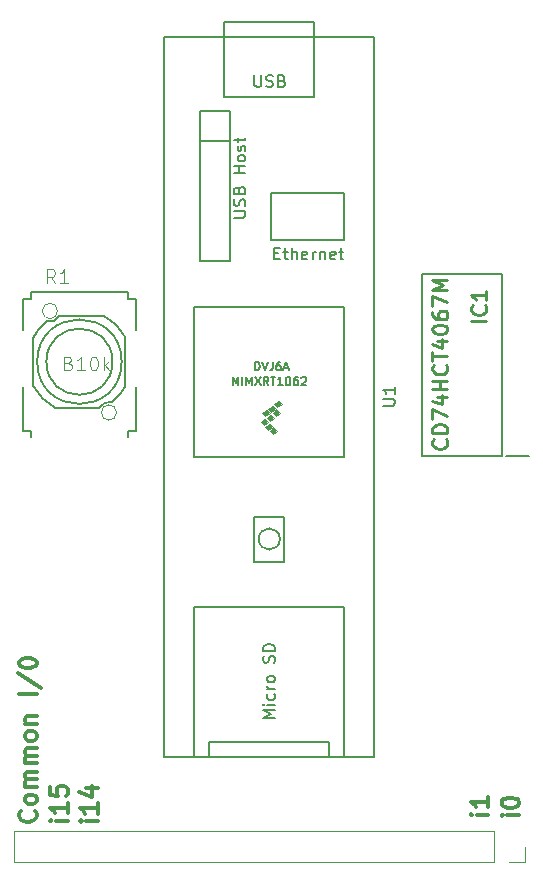
<source format=gbr>
%TF.GenerationSoftware,KiCad,Pcbnew,7.0.2-0*%
%TF.CreationDate,2023-11-12T18:20:12-05:00*%
%TF.ProjectId,Mux Module CD74HCT4067M,4d757820-4d6f-4647-956c-652043443734,rev?*%
%TF.SameCoordinates,Original*%
%TF.FileFunction,Legend,Top*%
%TF.FilePolarity,Positive*%
%FSLAX46Y46*%
G04 Gerber Fmt 4.6, Leading zero omitted, Abs format (unit mm)*
G04 Created by KiCad (PCBNEW 7.0.2-0) date 2023-11-12 18:20:12*
%MOMM*%
%LPD*%
G01*
G04 APERTURE LIST*
%ADD10C,0.300000*%
%ADD11C,0.254000*%
%ADD12C,0.150000*%
%ADD13C,0.101600*%
%ADD14C,0.200000*%
%ADD15C,0.100000*%
%ADD16C,0.203200*%
%ADD17C,0.120000*%
G04 APERTURE END LIST*
D10*
X135343329Y-91829156D02*
X134343329Y-91829156D01*
X133843329Y-91829156D02*
X133914758Y-91900584D01*
X133914758Y-91900584D02*
X133986186Y-91829156D01*
X133986186Y-91829156D02*
X133914758Y-91757727D01*
X133914758Y-91757727D02*
X133843329Y-91829156D01*
X133843329Y-91829156D02*
X133986186Y-91829156D01*
X135343329Y-90329155D02*
X135343329Y-91186298D01*
X135343329Y-90757727D02*
X133843329Y-90757727D01*
X133843329Y-90757727D02*
X134057615Y-90900584D01*
X134057615Y-90900584D02*
X134200472Y-91043441D01*
X134200472Y-91043441D02*
X134271901Y-91186298D01*
X134343329Y-89043442D02*
X135343329Y-89043442D01*
X133771901Y-89400584D02*
X134843329Y-89757727D01*
X134843329Y-89757727D02*
X134843329Y-88829156D01*
X168402873Y-91277653D02*
X167402873Y-91277653D01*
X166902873Y-91277653D02*
X166974302Y-91349081D01*
X166974302Y-91349081D02*
X167045730Y-91277653D01*
X167045730Y-91277653D02*
X166974302Y-91206224D01*
X166974302Y-91206224D02*
X166902873Y-91277653D01*
X166902873Y-91277653D02*
X167045730Y-91277653D01*
X168402873Y-89777652D02*
X168402873Y-90634795D01*
X168402873Y-90206224D02*
X166902873Y-90206224D01*
X166902873Y-90206224D02*
X167117159Y-90349081D01*
X167117159Y-90349081D02*
X167260016Y-90491938D01*
X167260016Y-90491938D02*
X167331445Y-90634795D01*
X171016520Y-91349588D02*
X170016520Y-91349588D01*
X169516520Y-91349588D02*
X169587949Y-91421016D01*
X169587949Y-91421016D02*
X169659377Y-91349588D01*
X169659377Y-91349588D02*
X169587949Y-91278159D01*
X169587949Y-91278159D02*
X169516520Y-91349588D01*
X169516520Y-91349588D02*
X169659377Y-91349588D01*
X169516520Y-90349587D02*
X169516520Y-90206730D01*
X169516520Y-90206730D02*
X169587949Y-90063873D01*
X169587949Y-90063873D02*
X169659377Y-89992445D01*
X169659377Y-89992445D02*
X169802234Y-89921016D01*
X169802234Y-89921016D02*
X170087949Y-89849587D01*
X170087949Y-89849587D02*
X170445092Y-89849587D01*
X170445092Y-89849587D02*
X170730806Y-89921016D01*
X170730806Y-89921016D02*
X170873663Y-89992445D01*
X170873663Y-89992445D02*
X170945092Y-90063873D01*
X170945092Y-90063873D02*
X171016520Y-90206730D01*
X171016520Y-90206730D02*
X171016520Y-90349587D01*
X171016520Y-90349587D02*
X170945092Y-90492445D01*
X170945092Y-90492445D02*
X170873663Y-90563873D01*
X170873663Y-90563873D02*
X170730806Y-90635302D01*
X170730806Y-90635302D02*
X170445092Y-90706730D01*
X170445092Y-90706730D02*
X170087949Y-90706730D01*
X170087949Y-90706730D02*
X169802234Y-90635302D01*
X169802234Y-90635302D02*
X169659377Y-90563873D01*
X169659377Y-90563873D02*
X169587949Y-90492445D01*
X169587949Y-90492445D02*
X169516520Y-90349587D01*
X132770733Y-91781199D02*
X131770733Y-91781199D01*
X131270733Y-91781199D02*
X131342162Y-91852627D01*
X131342162Y-91852627D02*
X131413590Y-91781199D01*
X131413590Y-91781199D02*
X131342162Y-91709770D01*
X131342162Y-91709770D02*
X131270733Y-91781199D01*
X131270733Y-91781199D02*
X131413590Y-91781199D01*
X132770733Y-90281198D02*
X132770733Y-91138341D01*
X132770733Y-90709770D02*
X131270733Y-90709770D01*
X131270733Y-90709770D02*
X131485019Y-90852627D01*
X131485019Y-90852627D02*
X131627876Y-90995484D01*
X131627876Y-90995484D02*
X131699305Y-91138341D01*
X131270733Y-88924056D02*
X131270733Y-89638342D01*
X131270733Y-89638342D02*
X131985019Y-89709770D01*
X131985019Y-89709770D02*
X131913590Y-89638342D01*
X131913590Y-89638342D02*
X131842162Y-89495485D01*
X131842162Y-89495485D02*
X131842162Y-89138342D01*
X131842162Y-89138342D02*
X131913590Y-88995485D01*
X131913590Y-88995485D02*
X131985019Y-88924056D01*
X131985019Y-88924056D02*
X132127876Y-88852627D01*
X132127876Y-88852627D02*
X132485019Y-88852627D01*
X132485019Y-88852627D02*
X132627876Y-88924056D01*
X132627876Y-88924056D02*
X132699305Y-88995485D01*
X132699305Y-88995485D02*
X132770733Y-89138342D01*
X132770733Y-89138342D02*
X132770733Y-89495485D01*
X132770733Y-89495485D02*
X132699305Y-89638342D01*
X132699305Y-89638342D02*
X132627876Y-89709770D01*
X130014228Y-90948035D02*
X130085657Y-91019463D01*
X130085657Y-91019463D02*
X130157085Y-91233749D01*
X130157085Y-91233749D02*
X130157085Y-91376606D01*
X130157085Y-91376606D02*
X130085657Y-91590892D01*
X130085657Y-91590892D02*
X129942799Y-91733749D01*
X129942799Y-91733749D02*
X129799942Y-91805178D01*
X129799942Y-91805178D02*
X129514228Y-91876606D01*
X129514228Y-91876606D02*
X129299942Y-91876606D01*
X129299942Y-91876606D02*
X129014228Y-91805178D01*
X129014228Y-91805178D02*
X128871371Y-91733749D01*
X128871371Y-91733749D02*
X128728514Y-91590892D01*
X128728514Y-91590892D02*
X128657085Y-91376606D01*
X128657085Y-91376606D02*
X128657085Y-91233749D01*
X128657085Y-91233749D02*
X128728514Y-91019463D01*
X128728514Y-91019463D02*
X128799942Y-90948035D01*
X130157085Y-90090892D02*
X130085657Y-90233749D01*
X130085657Y-90233749D02*
X130014228Y-90305178D01*
X130014228Y-90305178D02*
X129871371Y-90376606D01*
X129871371Y-90376606D02*
X129442799Y-90376606D01*
X129442799Y-90376606D02*
X129299942Y-90305178D01*
X129299942Y-90305178D02*
X129228514Y-90233749D01*
X129228514Y-90233749D02*
X129157085Y-90090892D01*
X129157085Y-90090892D02*
X129157085Y-89876606D01*
X129157085Y-89876606D02*
X129228514Y-89733749D01*
X129228514Y-89733749D02*
X129299942Y-89662321D01*
X129299942Y-89662321D02*
X129442799Y-89590892D01*
X129442799Y-89590892D02*
X129871371Y-89590892D01*
X129871371Y-89590892D02*
X130014228Y-89662321D01*
X130014228Y-89662321D02*
X130085657Y-89733749D01*
X130085657Y-89733749D02*
X130157085Y-89876606D01*
X130157085Y-89876606D02*
X130157085Y-90090892D01*
X130157085Y-88948035D02*
X129157085Y-88948035D01*
X129299942Y-88948035D02*
X129228514Y-88876606D01*
X129228514Y-88876606D02*
X129157085Y-88733749D01*
X129157085Y-88733749D02*
X129157085Y-88519463D01*
X129157085Y-88519463D02*
X129228514Y-88376606D01*
X129228514Y-88376606D02*
X129371371Y-88305178D01*
X129371371Y-88305178D02*
X130157085Y-88305178D01*
X129371371Y-88305178D02*
X129228514Y-88233749D01*
X129228514Y-88233749D02*
X129157085Y-88090892D01*
X129157085Y-88090892D02*
X129157085Y-87876606D01*
X129157085Y-87876606D02*
X129228514Y-87733749D01*
X129228514Y-87733749D02*
X129371371Y-87662320D01*
X129371371Y-87662320D02*
X130157085Y-87662320D01*
X130157085Y-86948035D02*
X129157085Y-86948035D01*
X129299942Y-86948035D02*
X129228514Y-86876606D01*
X129228514Y-86876606D02*
X129157085Y-86733749D01*
X129157085Y-86733749D02*
X129157085Y-86519463D01*
X129157085Y-86519463D02*
X129228514Y-86376606D01*
X129228514Y-86376606D02*
X129371371Y-86305178D01*
X129371371Y-86305178D02*
X130157085Y-86305178D01*
X129371371Y-86305178D02*
X129228514Y-86233749D01*
X129228514Y-86233749D02*
X129157085Y-86090892D01*
X129157085Y-86090892D02*
X129157085Y-85876606D01*
X129157085Y-85876606D02*
X129228514Y-85733749D01*
X129228514Y-85733749D02*
X129371371Y-85662320D01*
X129371371Y-85662320D02*
X130157085Y-85662320D01*
X130157085Y-84733749D02*
X130085657Y-84876606D01*
X130085657Y-84876606D02*
X130014228Y-84948035D01*
X130014228Y-84948035D02*
X129871371Y-85019463D01*
X129871371Y-85019463D02*
X129442799Y-85019463D01*
X129442799Y-85019463D02*
X129299942Y-84948035D01*
X129299942Y-84948035D02*
X129228514Y-84876606D01*
X129228514Y-84876606D02*
X129157085Y-84733749D01*
X129157085Y-84733749D02*
X129157085Y-84519463D01*
X129157085Y-84519463D02*
X129228514Y-84376606D01*
X129228514Y-84376606D02*
X129299942Y-84305178D01*
X129299942Y-84305178D02*
X129442799Y-84233749D01*
X129442799Y-84233749D02*
X129871371Y-84233749D01*
X129871371Y-84233749D02*
X130014228Y-84305178D01*
X130014228Y-84305178D02*
X130085657Y-84376606D01*
X130085657Y-84376606D02*
X130157085Y-84519463D01*
X130157085Y-84519463D02*
X130157085Y-84733749D01*
X129157085Y-83590892D02*
X130157085Y-83590892D01*
X129299942Y-83590892D02*
X129228514Y-83519463D01*
X129228514Y-83519463D02*
X129157085Y-83376606D01*
X129157085Y-83376606D02*
X129157085Y-83162320D01*
X129157085Y-83162320D02*
X129228514Y-83019463D01*
X129228514Y-83019463D02*
X129371371Y-82948035D01*
X129371371Y-82948035D02*
X130157085Y-82948035D01*
X130157085Y-81090892D02*
X128657085Y-81090892D01*
X128585657Y-79305177D02*
X130514228Y-80590891D01*
X128657085Y-78519462D02*
X128657085Y-78376605D01*
X128657085Y-78376605D02*
X128728514Y-78233748D01*
X128728514Y-78233748D02*
X128799942Y-78162320D01*
X128799942Y-78162320D02*
X128942799Y-78090891D01*
X128942799Y-78090891D02*
X129228514Y-78019462D01*
X129228514Y-78019462D02*
X129585657Y-78019462D01*
X129585657Y-78019462D02*
X129871371Y-78090891D01*
X129871371Y-78090891D02*
X130014228Y-78162320D01*
X130014228Y-78162320D02*
X130085657Y-78233748D01*
X130085657Y-78233748D02*
X130157085Y-78376605D01*
X130157085Y-78376605D02*
X130157085Y-78519462D01*
X130157085Y-78519462D02*
X130085657Y-78662320D01*
X130085657Y-78662320D02*
X130014228Y-78733748D01*
X130014228Y-78733748D02*
X129871371Y-78805177D01*
X129871371Y-78805177D02*
X129585657Y-78876605D01*
X129585657Y-78876605D02*
X129228514Y-78876605D01*
X129228514Y-78876605D02*
X128942799Y-78805177D01*
X128942799Y-78805177D02*
X128799942Y-78733748D01*
X128799942Y-78733748D02*
X128728514Y-78662320D01*
X128728514Y-78662320D02*
X128657085Y-78519462D01*
D11*
%TO.C,IC1*%
X168227526Y-49499762D02*
X166957526Y-49499762D01*
X168106573Y-48169285D02*
X168167050Y-48229761D01*
X168167050Y-48229761D02*
X168227526Y-48411190D01*
X168227526Y-48411190D02*
X168227526Y-48532142D01*
X168227526Y-48532142D02*
X168167050Y-48713571D01*
X168167050Y-48713571D02*
X168046097Y-48834523D01*
X168046097Y-48834523D02*
X167925145Y-48895000D01*
X167925145Y-48895000D02*
X167683240Y-48955476D01*
X167683240Y-48955476D02*
X167501811Y-48955476D01*
X167501811Y-48955476D02*
X167259907Y-48895000D01*
X167259907Y-48895000D02*
X167138954Y-48834523D01*
X167138954Y-48834523D02*
X167018002Y-48713571D01*
X167018002Y-48713571D02*
X166957526Y-48532142D01*
X166957526Y-48532142D02*
X166957526Y-48411190D01*
X166957526Y-48411190D02*
X167018002Y-48229761D01*
X167018002Y-48229761D02*
X167078478Y-48169285D01*
X168227526Y-46959761D02*
X168227526Y-47685476D01*
X168227526Y-47322619D02*
X166957526Y-47322619D01*
X166957526Y-47322619D02*
X167138954Y-47443571D01*
X167138954Y-47443571D02*
X167259907Y-47564523D01*
X167259907Y-47564523D02*
X167320383Y-47685476D01*
X164819240Y-59504175D02*
X164879717Y-59564651D01*
X164879717Y-59564651D02*
X164940193Y-59746080D01*
X164940193Y-59746080D02*
X164940193Y-59867032D01*
X164940193Y-59867032D02*
X164879717Y-60048461D01*
X164879717Y-60048461D02*
X164758764Y-60169413D01*
X164758764Y-60169413D02*
X164637812Y-60229890D01*
X164637812Y-60229890D02*
X164395907Y-60290366D01*
X164395907Y-60290366D02*
X164214478Y-60290366D01*
X164214478Y-60290366D02*
X163972574Y-60229890D01*
X163972574Y-60229890D02*
X163851621Y-60169413D01*
X163851621Y-60169413D02*
X163730669Y-60048461D01*
X163730669Y-60048461D02*
X163670193Y-59867032D01*
X163670193Y-59867032D02*
X163670193Y-59746080D01*
X163670193Y-59746080D02*
X163730669Y-59564651D01*
X163730669Y-59564651D02*
X163791145Y-59504175D01*
X164940193Y-58959890D02*
X163670193Y-58959890D01*
X163670193Y-58959890D02*
X163670193Y-58657509D01*
X163670193Y-58657509D02*
X163730669Y-58476080D01*
X163730669Y-58476080D02*
X163851621Y-58355128D01*
X163851621Y-58355128D02*
X163972574Y-58294651D01*
X163972574Y-58294651D02*
X164214478Y-58234175D01*
X164214478Y-58234175D02*
X164395907Y-58234175D01*
X164395907Y-58234175D02*
X164637812Y-58294651D01*
X164637812Y-58294651D02*
X164758764Y-58355128D01*
X164758764Y-58355128D02*
X164879717Y-58476080D01*
X164879717Y-58476080D02*
X164940193Y-58657509D01*
X164940193Y-58657509D02*
X164940193Y-58959890D01*
X163670193Y-57810842D02*
X163670193Y-56964175D01*
X163670193Y-56964175D02*
X164940193Y-57508461D01*
X164093526Y-55936080D02*
X164940193Y-55936080D01*
X163609717Y-56238461D02*
X164516859Y-56540842D01*
X164516859Y-56540842D02*
X164516859Y-55754651D01*
X164940193Y-55270842D02*
X163670193Y-55270842D01*
X164274955Y-55270842D02*
X164274955Y-54545127D01*
X164940193Y-54545127D02*
X163670193Y-54545127D01*
X164819240Y-53214651D02*
X164879717Y-53275127D01*
X164879717Y-53275127D02*
X164940193Y-53456556D01*
X164940193Y-53456556D02*
X164940193Y-53577508D01*
X164940193Y-53577508D02*
X164879717Y-53758937D01*
X164879717Y-53758937D02*
X164758764Y-53879889D01*
X164758764Y-53879889D02*
X164637812Y-53940366D01*
X164637812Y-53940366D02*
X164395907Y-54000842D01*
X164395907Y-54000842D02*
X164214478Y-54000842D01*
X164214478Y-54000842D02*
X163972574Y-53940366D01*
X163972574Y-53940366D02*
X163851621Y-53879889D01*
X163851621Y-53879889D02*
X163730669Y-53758937D01*
X163730669Y-53758937D02*
X163670193Y-53577508D01*
X163670193Y-53577508D02*
X163670193Y-53456556D01*
X163670193Y-53456556D02*
X163730669Y-53275127D01*
X163730669Y-53275127D02*
X163791145Y-53214651D01*
X163670193Y-52851794D02*
X163670193Y-52126080D01*
X164940193Y-52488937D02*
X163670193Y-52488937D01*
X164093526Y-51158461D02*
X164940193Y-51158461D01*
X163609717Y-51460842D02*
X164516859Y-51763223D01*
X164516859Y-51763223D02*
X164516859Y-50977032D01*
X163670193Y-50251318D02*
X163670193Y-50130365D01*
X163670193Y-50130365D02*
X163730669Y-50009413D01*
X163730669Y-50009413D02*
X163791145Y-49948937D01*
X163791145Y-49948937D02*
X163912097Y-49888461D01*
X163912097Y-49888461D02*
X164154002Y-49827984D01*
X164154002Y-49827984D02*
X164456383Y-49827984D01*
X164456383Y-49827984D02*
X164698288Y-49888461D01*
X164698288Y-49888461D02*
X164819240Y-49948937D01*
X164819240Y-49948937D02*
X164879717Y-50009413D01*
X164879717Y-50009413D02*
X164940193Y-50130365D01*
X164940193Y-50130365D02*
X164940193Y-50251318D01*
X164940193Y-50251318D02*
X164879717Y-50372270D01*
X164879717Y-50372270D02*
X164819240Y-50432746D01*
X164819240Y-50432746D02*
X164698288Y-50493223D01*
X164698288Y-50493223D02*
X164456383Y-50553699D01*
X164456383Y-50553699D02*
X164154002Y-50553699D01*
X164154002Y-50553699D02*
X163912097Y-50493223D01*
X163912097Y-50493223D02*
X163791145Y-50432746D01*
X163791145Y-50432746D02*
X163730669Y-50372270D01*
X163730669Y-50372270D02*
X163670193Y-50251318D01*
X163670193Y-48739413D02*
X163670193Y-48981318D01*
X163670193Y-48981318D02*
X163730669Y-49102270D01*
X163730669Y-49102270D02*
X163791145Y-49162746D01*
X163791145Y-49162746D02*
X163972574Y-49283699D01*
X163972574Y-49283699D02*
X164214478Y-49344175D01*
X164214478Y-49344175D02*
X164698288Y-49344175D01*
X164698288Y-49344175D02*
X164819240Y-49283699D01*
X164819240Y-49283699D02*
X164879717Y-49223222D01*
X164879717Y-49223222D02*
X164940193Y-49102270D01*
X164940193Y-49102270D02*
X164940193Y-48860365D01*
X164940193Y-48860365D02*
X164879717Y-48739413D01*
X164879717Y-48739413D02*
X164819240Y-48678937D01*
X164819240Y-48678937D02*
X164698288Y-48618460D01*
X164698288Y-48618460D02*
X164395907Y-48618460D01*
X164395907Y-48618460D02*
X164274955Y-48678937D01*
X164274955Y-48678937D02*
X164214478Y-48739413D01*
X164214478Y-48739413D02*
X164154002Y-48860365D01*
X164154002Y-48860365D02*
X164154002Y-49102270D01*
X164154002Y-49102270D02*
X164214478Y-49223222D01*
X164214478Y-49223222D02*
X164274955Y-49283699D01*
X164274955Y-49283699D02*
X164395907Y-49344175D01*
X163670193Y-48195127D02*
X163670193Y-47348460D01*
X163670193Y-47348460D02*
X164940193Y-47892746D01*
X164940193Y-46864651D02*
X163670193Y-46864651D01*
X163670193Y-46864651D02*
X164577336Y-46441317D01*
X164577336Y-46441317D02*
X163670193Y-46017984D01*
X163670193Y-46017984D02*
X164940193Y-46017984D01*
D12*
%TO.C,U1*%
X159482619Y-56641904D02*
X160292142Y-56641904D01*
X160292142Y-56641904D02*
X160387380Y-56594285D01*
X160387380Y-56594285D02*
X160435000Y-56546666D01*
X160435000Y-56546666D02*
X160482619Y-56451428D01*
X160482619Y-56451428D02*
X160482619Y-56260952D01*
X160482619Y-56260952D02*
X160435000Y-56165714D01*
X160435000Y-56165714D02*
X160387380Y-56118095D01*
X160387380Y-56118095D02*
X160292142Y-56070476D01*
X160292142Y-56070476D02*
X159482619Y-56070476D01*
X160482619Y-55070476D02*
X160482619Y-55641904D01*
X160482619Y-55356190D02*
X159482619Y-55356190D01*
X159482619Y-55356190D02*
X159625476Y-55451428D01*
X159625476Y-55451428D02*
X159720714Y-55546666D01*
X159720714Y-55546666D02*
X159768333Y-55641904D01*
X148656666Y-53663833D02*
X148656666Y-52963833D01*
X148656666Y-52963833D02*
X148823333Y-52963833D01*
X148823333Y-52963833D02*
X148923333Y-52997166D01*
X148923333Y-52997166D02*
X148990000Y-53063833D01*
X148990000Y-53063833D02*
X149023333Y-53130500D01*
X149023333Y-53130500D02*
X149056666Y-53263833D01*
X149056666Y-53263833D02*
X149056666Y-53363833D01*
X149056666Y-53363833D02*
X149023333Y-53497166D01*
X149023333Y-53497166D02*
X148990000Y-53563833D01*
X148990000Y-53563833D02*
X148923333Y-53630500D01*
X148923333Y-53630500D02*
X148823333Y-53663833D01*
X148823333Y-53663833D02*
X148656666Y-53663833D01*
X149256666Y-52963833D02*
X149490000Y-53663833D01*
X149490000Y-53663833D02*
X149723333Y-52963833D01*
X150156666Y-52963833D02*
X150156666Y-53463833D01*
X150156666Y-53463833D02*
X150123333Y-53563833D01*
X150123333Y-53563833D02*
X150056666Y-53630500D01*
X150056666Y-53630500D02*
X149956666Y-53663833D01*
X149956666Y-53663833D02*
X149890000Y-53663833D01*
X150789999Y-52963833D02*
X150656666Y-52963833D01*
X150656666Y-52963833D02*
X150589999Y-52997166D01*
X150589999Y-52997166D02*
X150556666Y-53030500D01*
X150556666Y-53030500D02*
X150489999Y-53130500D01*
X150489999Y-53130500D02*
X150456666Y-53263833D01*
X150456666Y-53263833D02*
X150456666Y-53530500D01*
X150456666Y-53530500D02*
X150489999Y-53597166D01*
X150489999Y-53597166D02*
X150523333Y-53630500D01*
X150523333Y-53630500D02*
X150589999Y-53663833D01*
X150589999Y-53663833D02*
X150723333Y-53663833D01*
X150723333Y-53663833D02*
X150789999Y-53630500D01*
X150789999Y-53630500D02*
X150823333Y-53597166D01*
X150823333Y-53597166D02*
X150856666Y-53530500D01*
X150856666Y-53530500D02*
X150856666Y-53363833D01*
X150856666Y-53363833D02*
X150823333Y-53297166D01*
X150823333Y-53297166D02*
X150789999Y-53263833D01*
X150789999Y-53263833D02*
X150723333Y-53230500D01*
X150723333Y-53230500D02*
X150589999Y-53230500D01*
X150589999Y-53230500D02*
X150523333Y-53263833D01*
X150523333Y-53263833D02*
X150489999Y-53297166D01*
X150489999Y-53297166D02*
X150456666Y-53363833D01*
X151123333Y-53463833D02*
X151456666Y-53463833D01*
X151056666Y-53663833D02*
X151290000Y-52963833D01*
X151290000Y-52963833D02*
X151523333Y-53663833D01*
X146776666Y-54933833D02*
X146776666Y-54233833D01*
X146776666Y-54233833D02*
X147010000Y-54733833D01*
X147010000Y-54733833D02*
X147243333Y-54233833D01*
X147243333Y-54233833D02*
X147243333Y-54933833D01*
X147576666Y-54933833D02*
X147576666Y-54233833D01*
X147909999Y-54933833D02*
X147909999Y-54233833D01*
X147909999Y-54233833D02*
X148143333Y-54733833D01*
X148143333Y-54733833D02*
X148376666Y-54233833D01*
X148376666Y-54233833D02*
X148376666Y-54933833D01*
X148643333Y-54233833D02*
X149109999Y-54933833D01*
X149109999Y-54233833D02*
X148643333Y-54933833D01*
X149776666Y-54933833D02*
X149543333Y-54600500D01*
X149376666Y-54933833D02*
X149376666Y-54233833D01*
X149376666Y-54233833D02*
X149643333Y-54233833D01*
X149643333Y-54233833D02*
X149710000Y-54267166D01*
X149710000Y-54267166D02*
X149743333Y-54300500D01*
X149743333Y-54300500D02*
X149776666Y-54367166D01*
X149776666Y-54367166D02*
X149776666Y-54467166D01*
X149776666Y-54467166D02*
X149743333Y-54533833D01*
X149743333Y-54533833D02*
X149710000Y-54567166D01*
X149710000Y-54567166D02*
X149643333Y-54600500D01*
X149643333Y-54600500D02*
X149376666Y-54600500D01*
X149976666Y-54233833D02*
X150376666Y-54233833D01*
X150176666Y-54933833D02*
X150176666Y-54233833D01*
X150976666Y-54933833D02*
X150576666Y-54933833D01*
X150776666Y-54933833D02*
X150776666Y-54233833D01*
X150776666Y-54233833D02*
X150709999Y-54333833D01*
X150709999Y-54333833D02*
X150643333Y-54400500D01*
X150643333Y-54400500D02*
X150576666Y-54433833D01*
X151410000Y-54233833D02*
X151476666Y-54233833D01*
X151476666Y-54233833D02*
X151543333Y-54267166D01*
X151543333Y-54267166D02*
X151576666Y-54300500D01*
X151576666Y-54300500D02*
X151610000Y-54367166D01*
X151610000Y-54367166D02*
X151643333Y-54500500D01*
X151643333Y-54500500D02*
X151643333Y-54667166D01*
X151643333Y-54667166D02*
X151610000Y-54800500D01*
X151610000Y-54800500D02*
X151576666Y-54867166D01*
X151576666Y-54867166D02*
X151543333Y-54900500D01*
X151543333Y-54900500D02*
X151476666Y-54933833D01*
X151476666Y-54933833D02*
X151410000Y-54933833D01*
X151410000Y-54933833D02*
X151343333Y-54900500D01*
X151343333Y-54900500D02*
X151310000Y-54867166D01*
X151310000Y-54867166D02*
X151276666Y-54800500D01*
X151276666Y-54800500D02*
X151243333Y-54667166D01*
X151243333Y-54667166D02*
X151243333Y-54500500D01*
X151243333Y-54500500D02*
X151276666Y-54367166D01*
X151276666Y-54367166D02*
X151310000Y-54300500D01*
X151310000Y-54300500D02*
X151343333Y-54267166D01*
X151343333Y-54267166D02*
X151410000Y-54233833D01*
X152243333Y-54233833D02*
X152110000Y-54233833D01*
X152110000Y-54233833D02*
X152043333Y-54267166D01*
X152043333Y-54267166D02*
X152010000Y-54300500D01*
X152010000Y-54300500D02*
X151943333Y-54400500D01*
X151943333Y-54400500D02*
X151910000Y-54533833D01*
X151910000Y-54533833D02*
X151910000Y-54800500D01*
X151910000Y-54800500D02*
X151943333Y-54867166D01*
X151943333Y-54867166D02*
X151976667Y-54900500D01*
X151976667Y-54900500D02*
X152043333Y-54933833D01*
X152043333Y-54933833D02*
X152176667Y-54933833D01*
X152176667Y-54933833D02*
X152243333Y-54900500D01*
X152243333Y-54900500D02*
X152276667Y-54867166D01*
X152276667Y-54867166D02*
X152310000Y-54800500D01*
X152310000Y-54800500D02*
X152310000Y-54633833D01*
X152310000Y-54633833D02*
X152276667Y-54567166D01*
X152276667Y-54567166D02*
X152243333Y-54533833D01*
X152243333Y-54533833D02*
X152176667Y-54500500D01*
X152176667Y-54500500D02*
X152043333Y-54500500D01*
X152043333Y-54500500D02*
X151976667Y-54533833D01*
X151976667Y-54533833D02*
X151943333Y-54567166D01*
X151943333Y-54567166D02*
X151910000Y-54633833D01*
X152576667Y-54300500D02*
X152610000Y-54267166D01*
X152610000Y-54267166D02*
X152676667Y-54233833D01*
X152676667Y-54233833D02*
X152843334Y-54233833D01*
X152843334Y-54233833D02*
X152910000Y-54267166D01*
X152910000Y-54267166D02*
X152943334Y-54300500D01*
X152943334Y-54300500D02*
X152976667Y-54367166D01*
X152976667Y-54367166D02*
X152976667Y-54433833D01*
X152976667Y-54433833D02*
X152943334Y-54533833D01*
X152943334Y-54533833D02*
X152543334Y-54933833D01*
X152543334Y-54933833D02*
X152976667Y-54933833D01*
X150322619Y-83129047D02*
X149322619Y-83129047D01*
X149322619Y-83129047D02*
X150036904Y-82795714D01*
X150036904Y-82795714D02*
X149322619Y-82462381D01*
X149322619Y-82462381D02*
X150322619Y-82462381D01*
X150322619Y-81986190D02*
X149655952Y-81986190D01*
X149322619Y-81986190D02*
X149370238Y-82033809D01*
X149370238Y-82033809D02*
X149417857Y-81986190D01*
X149417857Y-81986190D02*
X149370238Y-81938571D01*
X149370238Y-81938571D02*
X149322619Y-81986190D01*
X149322619Y-81986190D02*
X149417857Y-81986190D01*
X150275000Y-81081429D02*
X150322619Y-81176667D01*
X150322619Y-81176667D02*
X150322619Y-81367143D01*
X150322619Y-81367143D02*
X150275000Y-81462381D01*
X150275000Y-81462381D02*
X150227380Y-81510000D01*
X150227380Y-81510000D02*
X150132142Y-81557619D01*
X150132142Y-81557619D02*
X149846428Y-81557619D01*
X149846428Y-81557619D02*
X149751190Y-81510000D01*
X149751190Y-81510000D02*
X149703571Y-81462381D01*
X149703571Y-81462381D02*
X149655952Y-81367143D01*
X149655952Y-81367143D02*
X149655952Y-81176667D01*
X149655952Y-81176667D02*
X149703571Y-81081429D01*
X150322619Y-80652857D02*
X149655952Y-80652857D01*
X149846428Y-80652857D02*
X149751190Y-80605238D01*
X149751190Y-80605238D02*
X149703571Y-80557619D01*
X149703571Y-80557619D02*
X149655952Y-80462381D01*
X149655952Y-80462381D02*
X149655952Y-80367143D01*
X150322619Y-79890952D02*
X150275000Y-79986190D01*
X150275000Y-79986190D02*
X150227380Y-80033809D01*
X150227380Y-80033809D02*
X150132142Y-80081428D01*
X150132142Y-80081428D02*
X149846428Y-80081428D01*
X149846428Y-80081428D02*
X149751190Y-80033809D01*
X149751190Y-80033809D02*
X149703571Y-79986190D01*
X149703571Y-79986190D02*
X149655952Y-79890952D01*
X149655952Y-79890952D02*
X149655952Y-79748095D01*
X149655952Y-79748095D02*
X149703571Y-79652857D01*
X149703571Y-79652857D02*
X149751190Y-79605238D01*
X149751190Y-79605238D02*
X149846428Y-79557619D01*
X149846428Y-79557619D02*
X150132142Y-79557619D01*
X150132142Y-79557619D02*
X150227380Y-79605238D01*
X150227380Y-79605238D02*
X150275000Y-79652857D01*
X150275000Y-79652857D02*
X150322619Y-79748095D01*
X150322619Y-79748095D02*
X150322619Y-79890952D01*
X150275000Y-78414761D02*
X150322619Y-78271904D01*
X150322619Y-78271904D02*
X150322619Y-78033809D01*
X150322619Y-78033809D02*
X150275000Y-77938571D01*
X150275000Y-77938571D02*
X150227380Y-77890952D01*
X150227380Y-77890952D02*
X150132142Y-77843333D01*
X150132142Y-77843333D02*
X150036904Y-77843333D01*
X150036904Y-77843333D02*
X149941666Y-77890952D01*
X149941666Y-77890952D02*
X149894047Y-77938571D01*
X149894047Y-77938571D02*
X149846428Y-78033809D01*
X149846428Y-78033809D02*
X149798809Y-78224285D01*
X149798809Y-78224285D02*
X149751190Y-78319523D01*
X149751190Y-78319523D02*
X149703571Y-78367142D01*
X149703571Y-78367142D02*
X149608333Y-78414761D01*
X149608333Y-78414761D02*
X149513095Y-78414761D01*
X149513095Y-78414761D02*
X149417857Y-78367142D01*
X149417857Y-78367142D02*
X149370238Y-78319523D01*
X149370238Y-78319523D02*
X149322619Y-78224285D01*
X149322619Y-78224285D02*
X149322619Y-77986190D01*
X149322619Y-77986190D02*
X149370238Y-77843333D01*
X150322619Y-77414761D02*
X149322619Y-77414761D01*
X149322619Y-77414761D02*
X149322619Y-77176666D01*
X149322619Y-77176666D02*
X149370238Y-77033809D01*
X149370238Y-77033809D02*
X149465476Y-76938571D01*
X149465476Y-76938571D02*
X149560714Y-76890952D01*
X149560714Y-76890952D02*
X149751190Y-76843333D01*
X149751190Y-76843333D02*
X149894047Y-76843333D01*
X149894047Y-76843333D02*
X150084523Y-76890952D01*
X150084523Y-76890952D02*
X150179761Y-76938571D01*
X150179761Y-76938571D02*
X150275000Y-77033809D01*
X150275000Y-77033809D02*
X150322619Y-77176666D01*
X150322619Y-77176666D02*
X150322619Y-77414761D01*
X148598095Y-28672619D02*
X148598095Y-29482142D01*
X148598095Y-29482142D02*
X148645714Y-29577380D01*
X148645714Y-29577380D02*
X148693333Y-29625000D01*
X148693333Y-29625000D02*
X148788571Y-29672619D01*
X148788571Y-29672619D02*
X148979047Y-29672619D01*
X148979047Y-29672619D02*
X149074285Y-29625000D01*
X149074285Y-29625000D02*
X149121904Y-29577380D01*
X149121904Y-29577380D02*
X149169523Y-29482142D01*
X149169523Y-29482142D02*
X149169523Y-28672619D01*
X149598095Y-29625000D02*
X149740952Y-29672619D01*
X149740952Y-29672619D02*
X149979047Y-29672619D01*
X149979047Y-29672619D02*
X150074285Y-29625000D01*
X150074285Y-29625000D02*
X150121904Y-29577380D01*
X150121904Y-29577380D02*
X150169523Y-29482142D01*
X150169523Y-29482142D02*
X150169523Y-29386904D01*
X150169523Y-29386904D02*
X150121904Y-29291666D01*
X150121904Y-29291666D02*
X150074285Y-29244047D01*
X150074285Y-29244047D02*
X149979047Y-29196428D01*
X149979047Y-29196428D02*
X149788571Y-29148809D01*
X149788571Y-29148809D02*
X149693333Y-29101190D01*
X149693333Y-29101190D02*
X149645714Y-29053571D01*
X149645714Y-29053571D02*
X149598095Y-28958333D01*
X149598095Y-28958333D02*
X149598095Y-28863095D01*
X149598095Y-28863095D02*
X149645714Y-28767857D01*
X149645714Y-28767857D02*
X149693333Y-28720238D01*
X149693333Y-28720238D02*
X149788571Y-28672619D01*
X149788571Y-28672619D02*
X150026666Y-28672619D01*
X150026666Y-28672619D02*
X150169523Y-28720238D01*
X150931428Y-29148809D02*
X151074285Y-29196428D01*
X151074285Y-29196428D02*
X151121904Y-29244047D01*
X151121904Y-29244047D02*
X151169523Y-29339285D01*
X151169523Y-29339285D02*
X151169523Y-29482142D01*
X151169523Y-29482142D02*
X151121904Y-29577380D01*
X151121904Y-29577380D02*
X151074285Y-29625000D01*
X151074285Y-29625000D02*
X150979047Y-29672619D01*
X150979047Y-29672619D02*
X150598095Y-29672619D01*
X150598095Y-29672619D02*
X150598095Y-28672619D01*
X150598095Y-28672619D02*
X150931428Y-28672619D01*
X150931428Y-28672619D02*
X151026666Y-28720238D01*
X151026666Y-28720238D02*
X151074285Y-28767857D01*
X151074285Y-28767857D02*
X151121904Y-28863095D01*
X151121904Y-28863095D02*
X151121904Y-28958333D01*
X151121904Y-28958333D02*
X151074285Y-29053571D01*
X151074285Y-29053571D02*
X151026666Y-29101190D01*
X151026666Y-29101190D02*
X150931428Y-29148809D01*
X150931428Y-29148809D02*
X150598095Y-29148809D01*
X150279456Y-43753809D02*
X150612789Y-43753809D01*
X150755646Y-44277619D02*
X150279456Y-44277619D01*
X150279456Y-44277619D02*
X150279456Y-43277619D01*
X150279456Y-43277619D02*
X150755646Y-43277619D01*
X151041361Y-43610952D02*
X151422313Y-43610952D01*
X151184218Y-43277619D02*
X151184218Y-44134761D01*
X151184218Y-44134761D02*
X151231837Y-44230000D01*
X151231837Y-44230000D02*
X151327075Y-44277619D01*
X151327075Y-44277619D02*
X151422313Y-44277619D01*
X151755647Y-44277619D02*
X151755647Y-43277619D01*
X152184218Y-44277619D02*
X152184218Y-43753809D01*
X152184218Y-43753809D02*
X152136599Y-43658571D01*
X152136599Y-43658571D02*
X152041361Y-43610952D01*
X152041361Y-43610952D02*
X151898504Y-43610952D01*
X151898504Y-43610952D02*
X151803266Y-43658571D01*
X151803266Y-43658571D02*
X151755647Y-43706190D01*
X153041361Y-44230000D02*
X152946123Y-44277619D01*
X152946123Y-44277619D02*
X152755647Y-44277619D01*
X152755647Y-44277619D02*
X152660409Y-44230000D01*
X152660409Y-44230000D02*
X152612790Y-44134761D01*
X152612790Y-44134761D02*
X152612790Y-43753809D01*
X152612790Y-43753809D02*
X152660409Y-43658571D01*
X152660409Y-43658571D02*
X152755647Y-43610952D01*
X152755647Y-43610952D02*
X152946123Y-43610952D01*
X152946123Y-43610952D02*
X153041361Y-43658571D01*
X153041361Y-43658571D02*
X153088980Y-43753809D01*
X153088980Y-43753809D02*
X153088980Y-43849047D01*
X153088980Y-43849047D02*
X152612790Y-43944285D01*
X153517552Y-44277619D02*
X153517552Y-43610952D01*
X153517552Y-43801428D02*
X153565171Y-43706190D01*
X153565171Y-43706190D02*
X153612790Y-43658571D01*
X153612790Y-43658571D02*
X153708028Y-43610952D01*
X153708028Y-43610952D02*
X153803266Y-43610952D01*
X154136600Y-43610952D02*
X154136600Y-44277619D01*
X154136600Y-43706190D02*
X154184219Y-43658571D01*
X154184219Y-43658571D02*
X154279457Y-43610952D01*
X154279457Y-43610952D02*
X154422314Y-43610952D01*
X154422314Y-43610952D02*
X154517552Y-43658571D01*
X154517552Y-43658571D02*
X154565171Y-43753809D01*
X154565171Y-43753809D02*
X154565171Y-44277619D01*
X155422314Y-44230000D02*
X155327076Y-44277619D01*
X155327076Y-44277619D02*
X155136600Y-44277619D01*
X155136600Y-44277619D02*
X155041362Y-44230000D01*
X155041362Y-44230000D02*
X154993743Y-44134761D01*
X154993743Y-44134761D02*
X154993743Y-43753809D01*
X154993743Y-43753809D02*
X155041362Y-43658571D01*
X155041362Y-43658571D02*
X155136600Y-43610952D01*
X155136600Y-43610952D02*
X155327076Y-43610952D01*
X155327076Y-43610952D02*
X155422314Y-43658571D01*
X155422314Y-43658571D02*
X155469933Y-43753809D01*
X155469933Y-43753809D02*
X155469933Y-43849047D01*
X155469933Y-43849047D02*
X154993743Y-43944285D01*
X155755648Y-43610952D02*
X156136600Y-43610952D01*
X155898505Y-43277619D02*
X155898505Y-44134761D01*
X155898505Y-44134761D02*
X155946124Y-44230000D01*
X155946124Y-44230000D02*
X156041362Y-44277619D01*
X156041362Y-44277619D02*
X156136600Y-44277619D01*
X146833419Y-40723723D02*
X147642942Y-40723723D01*
X147642942Y-40723723D02*
X147738180Y-40676104D01*
X147738180Y-40676104D02*
X147785800Y-40628485D01*
X147785800Y-40628485D02*
X147833419Y-40533247D01*
X147833419Y-40533247D02*
X147833419Y-40342771D01*
X147833419Y-40342771D02*
X147785800Y-40247533D01*
X147785800Y-40247533D02*
X147738180Y-40199914D01*
X147738180Y-40199914D02*
X147642942Y-40152295D01*
X147642942Y-40152295D02*
X146833419Y-40152295D01*
X147785800Y-39723723D02*
X147833419Y-39580866D01*
X147833419Y-39580866D02*
X147833419Y-39342771D01*
X147833419Y-39342771D02*
X147785800Y-39247533D01*
X147785800Y-39247533D02*
X147738180Y-39199914D01*
X147738180Y-39199914D02*
X147642942Y-39152295D01*
X147642942Y-39152295D02*
X147547704Y-39152295D01*
X147547704Y-39152295D02*
X147452466Y-39199914D01*
X147452466Y-39199914D02*
X147404847Y-39247533D01*
X147404847Y-39247533D02*
X147357228Y-39342771D01*
X147357228Y-39342771D02*
X147309609Y-39533247D01*
X147309609Y-39533247D02*
X147261990Y-39628485D01*
X147261990Y-39628485D02*
X147214371Y-39676104D01*
X147214371Y-39676104D02*
X147119133Y-39723723D01*
X147119133Y-39723723D02*
X147023895Y-39723723D01*
X147023895Y-39723723D02*
X146928657Y-39676104D01*
X146928657Y-39676104D02*
X146881038Y-39628485D01*
X146881038Y-39628485D02*
X146833419Y-39533247D01*
X146833419Y-39533247D02*
X146833419Y-39295152D01*
X146833419Y-39295152D02*
X146881038Y-39152295D01*
X147309609Y-38390390D02*
X147357228Y-38247533D01*
X147357228Y-38247533D02*
X147404847Y-38199914D01*
X147404847Y-38199914D02*
X147500085Y-38152295D01*
X147500085Y-38152295D02*
X147642942Y-38152295D01*
X147642942Y-38152295D02*
X147738180Y-38199914D01*
X147738180Y-38199914D02*
X147785800Y-38247533D01*
X147785800Y-38247533D02*
X147833419Y-38342771D01*
X147833419Y-38342771D02*
X147833419Y-38723723D01*
X147833419Y-38723723D02*
X146833419Y-38723723D01*
X146833419Y-38723723D02*
X146833419Y-38390390D01*
X146833419Y-38390390D02*
X146881038Y-38295152D01*
X146881038Y-38295152D02*
X146928657Y-38247533D01*
X146928657Y-38247533D02*
X147023895Y-38199914D01*
X147023895Y-38199914D02*
X147119133Y-38199914D01*
X147119133Y-38199914D02*
X147214371Y-38247533D01*
X147214371Y-38247533D02*
X147261990Y-38295152D01*
X147261990Y-38295152D02*
X147309609Y-38390390D01*
X147309609Y-38390390D02*
X147309609Y-38723723D01*
X147833419Y-36961818D02*
X146833419Y-36961818D01*
X147309609Y-36961818D02*
X147309609Y-36390390D01*
X147833419Y-36390390D02*
X146833419Y-36390390D01*
X147833419Y-35771342D02*
X147785800Y-35866580D01*
X147785800Y-35866580D02*
X147738180Y-35914199D01*
X147738180Y-35914199D02*
X147642942Y-35961818D01*
X147642942Y-35961818D02*
X147357228Y-35961818D01*
X147357228Y-35961818D02*
X147261990Y-35914199D01*
X147261990Y-35914199D02*
X147214371Y-35866580D01*
X147214371Y-35866580D02*
X147166752Y-35771342D01*
X147166752Y-35771342D02*
X147166752Y-35628485D01*
X147166752Y-35628485D02*
X147214371Y-35533247D01*
X147214371Y-35533247D02*
X147261990Y-35485628D01*
X147261990Y-35485628D02*
X147357228Y-35438009D01*
X147357228Y-35438009D02*
X147642942Y-35438009D01*
X147642942Y-35438009D02*
X147738180Y-35485628D01*
X147738180Y-35485628D02*
X147785800Y-35533247D01*
X147785800Y-35533247D02*
X147833419Y-35628485D01*
X147833419Y-35628485D02*
X147833419Y-35771342D01*
X147785800Y-35057056D02*
X147833419Y-34961818D01*
X147833419Y-34961818D02*
X147833419Y-34771342D01*
X147833419Y-34771342D02*
X147785800Y-34676104D01*
X147785800Y-34676104D02*
X147690561Y-34628485D01*
X147690561Y-34628485D02*
X147642942Y-34628485D01*
X147642942Y-34628485D02*
X147547704Y-34676104D01*
X147547704Y-34676104D02*
X147500085Y-34771342D01*
X147500085Y-34771342D02*
X147500085Y-34914199D01*
X147500085Y-34914199D02*
X147452466Y-35009437D01*
X147452466Y-35009437D02*
X147357228Y-35057056D01*
X147357228Y-35057056D02*
X147309609Y-35057056D01*
X147309609Y-35057056D02*
X147214371Y-35009437D01*
X147214371Y-35009437D02*
X147166752Y-34914199D01*
X147166752Y-34914199D02*
X147166752Y-34771342D01*
X147166752Y-34771342D02*
X147214371Y-34676104D01*
X147166752Y-34342770D02*
X147166752Y-33961818D01*
X146833419Y-34199913D02*
X147690561Y-34199913D01*
X147690561Y-34199913D02*
X147785800Y-34152294D01*
X147785800Y-34152294D02*
X147833419Y-34057056D01*
X147833419Y-34057056D02*
X147833419Y-33961818D01*
D13*
%TO.C,R1*%
X131723247Y-46289410D02*
X131333780Y-45733029D01*
X131055590Y-46289410D02*
X131055590Y-45121010D01*
X131055590Y-45121010D02*
X131500695Y-45121010D01*
X131500695Y-45121010D02*
X131611971Y-45176648D01*
X131611971Y-45176648D02*
X131667609Y-45232286D01*
X131667609Y-45232286D02*
X131723247Y-45343562D01*
X131723247Y-45343562D02*
X131723247Y-45510476D01*
X131723247Y-45510476D02*
X131667609Y-45621752D01*
X131667609Y-45621752D02*
X131611971Y-45677391D01*
X131611971Y-45677391D02*
X131500695Y-45733029D01*
X131500695Y-45733029D02*
X131055590Y-45733029D01*
X132836009Y-46289410D02*
X132168352Y-46289410D01*
X132502180Y-46289410D02*
X132502180Y-45121010D01*
X132502180Y-45121010D02*
X132390904Y-45287924D01*
X132390904Y-45287924D02*
X132279628Y-45399200D01*
X132279628Y-45399200D02*
X132168352Y-45454838D01*
X132830726Y-53050677D02*
X132997640Y-53106315D01*
X132997640Y-53106315D02*
X133053278Y-53161953D01*
X133053278Y-53161953D02*
X133108916Y-53273229D01*
X133108916Y-53273229D02*
X133108916Y-53440143D01*
X133108916Y-53440143D02*
X133053278Y-53551419D01*
X133053278Y-53551419D02*
X132997640Y-53607058D01*
X132997640Y-53607058D02*
X132886364Y-53662696D01*
X132886364Y-53662696D02*
X132441259Y-53662696D01*
X132441259Y-53662696D02*
X132441259Y-52494296D01*
X132441259Y-52494296D02*
X132830726Y-52494296D01*
X132830726Y-52494296D02*
X132942002Y-52549934D01*
X132942002Y-52549934D02*
X132997640Y-52605572D01*
X132997640Y-52605572D02*
X133053278Y-52716848D01*
X133053278Y-52716848D02*
X133053278Y-52828124D01*
X133053278Y-52828124D02*
X132997640Y-52939400D01*
X132997640Y-52939400D02*
X132942002Y-52995038D01*
X132942002Y-52995038D02*
X132830726Y-53050677D01*
X132830726Y-53050677D02*
X132441259Y-53050677D01*
X134221678Y-53662696D02*
X133554021Y-53662696D01*
X133887849Y-53662696D02*
X133887849Y-52494296D01*
X133887849Y-52494296D02*
X133776573Y-52661210D01*
X133776573Y-52661210D02*
X133665297Y-52772486D01*
X133665297Y-52772486D02*
X133554021Y-52828124D01*
X134944973Y-52494296D02*
X135056250Y-52494296D01*
X135056250Y-52494296D02*
X135167526Y-52549934D01*
X135167526Y-52549934D02*
X135223164Y-52605572D01*
X135223164Y-52605572D02*
X135278802Y-52716848D01*
X135278802Y-52716848D02*
X135334440Y-52939400D01*
X135334440Y-52939400D02*
X135334440Y-53217591D01*
X135334440Y-53217591D02*
X135278802Y-53440143D01*
X135278802Y-53440143D02*
X135223164Y-53551419D01*
X135223164Y-53551419D02*
X135167526Y-53607058D01*
X135167526Y-53607058D02*
X135056250Y-53662696D01*
X135056250Y-53662696D02*
X134944973Y-53662696D01*
X134944973Y-53662696D02*
X134833697Y-53607058D01*
X134833697Y-53607058D02*
X134778059Y-53551419D01*
X134778059Y-53551419D02*
X134722421Y-53440143D01*
X134722421Y-53440143D02*
X134666783Y-53217591D01*
X134666783Y-53217591D02*
X134666783Y-52939400D01*
X134666783Y-52939400D02*
X134722421Y-52716848D01*
X134722421Y-52716848D02*
X134778059Y-52605572D01*
X134778059Y-52605572D02*
X134833697Y-52549934D01*
X134833697Y-52549934D02*
X134944973Y-52494296D01*
X135835183Y-53662696D02*
X135835183Y-52494296D01*
X135946459Y-53217591D02*
X136280288Y-53662696D01*
X136280288Y-52883762D02*
X135835183Y-53328867D01*
D14*
%TO.C,IC1*%
X169555600Y-60924100D02*
X162755600Y-60924100D01*
X162755600Y-60924100D02*
X162755600Y-45524100D01*
X162755600Y-45524100D02*
X169555600Y-45524100D01*
X169555600Y-45524100D02*
X169555600Y-60924100D01*
X171855600Y-60884100D02*
X169905600Y-60884100D01*
D12*
%TO.C,U1*%
X150758026Y-67945000D02*
G75*
G03*
X150758026Y-67945000I-898026J0D01*
G01*
X156210000Y-48260000D02*
X143510000Y-48260000D01*
X156210000Y-60960000D02*
X156210000Y-48260000D01*
X143510000Y-60960000D02*
X156210000Y-60960000D01*
X143510000Y-48260000D02*
X143510000Y-60960000D01*
X156211600Y-38630000D02*
X155961600Y-38630000D01*
X156211600Y-42630000D02*
X156211600Y-38630000D01*
X149961600Y-42630000D02*
X156211600Y-42630000D01*
X149961600Y-38630000D02*
X149961600Y-42630000D01*
X155961600Y-38630000D02*
X149961600Y-38630000D01*
X146560800Y-34239200D02*
X144020800Y-34239200D01*
X146560800Y-31699200D02*
X146560800Y-34239200D01*
X144020800Y-31699200D02*
X146560800Y-31699200D01*
X144020800Y-44399200D02*
X144020800Y-31699200D01*
X146560800Y-44399200D02*
X144020800Y-44399200D01*
X146560800Y-31699200D02*
X146560800Y-44399200D01*
X151130000Y-66040000D02*
X151130000Y-69850000D01*
X148590000Y-66040000D02*
X151130000Y-66040000D01*
X148590000Y-69850000D02*
X148590000Y-66040000D01*
X151130000Y-69850000D02*
X148590000Y-69850000D01*
X144780000Y-85090000D02*
X144780000Y-86360000D01*
X154940000Y-85090000D02*
X144780000Y-85090000D01*
X154940000Y-86360000D02*
X154940000Y-85090000D01*
X143510000Y-73660000D02*
X143510000Y-86360000D01*
X156210000Y-73660000D02*
X143510000Y-73660000D01*
X156210000Y-86360000D02*
X156210000Y-73660000D01*
X146050000Y-25400000D02*
X146050000Y-24130000D01*
X146050000Y-24130000D02*
X153670000Y-24130000D01*
X153670000Y-24130000D02*
X153670000Y-25400000D01*
X146050000Y-30480000D02*
X153670000Y-30480000D01*
X153670000Y-30480000D02*
X153670000Y-25400000D01*
X146050000Y-30480000D02*
X146050000Y-25400000D01*
X158750000Y-25400000D02*
X158750000Y-86360000D01*
X158750000Y-86360000D02*
X140970000Y-86360000D01*
X140970000Y-86360000D02*
X140970000Y-25400000D01*
X140970000Y-25400000D02*
X158750000Y-25400000D01*
D15*
X149786000Y-58061000D02*
X149405000Y-58315000D01*
X149151000Y-58061000D01*
X149532000Y-57807000D01*
X149786000Y-58061000D01*
G36*
X149786000Y-58061000D02*
G01*
X149405000Y-58315000D01*
X149151000Y-58061000D01*
X149532000Y-57807000D01*
X149786000Y-58061000D01*
G37*
X150294000Y-57680000D02*
X149913000Y-57934000D01*
X149659000Y-57680000D01*
X150040000Y-57426000D01*
X150294000Y-57680000D01*
G36*
X150294000Y-57680000D02*
G01*
X149913000Y-57934000D01*
X149659000Y-57680000D01*
X150040000Y-57426000D01*
X150294000Y-57680000D01*
G37*
X150802000Y-57299000D02*
X150421000Y-57553000D01*
X150167000Y-57299000D01*
X150548000Y-57045000D01*
X150802000Y-57299000D01*
G36*
X150802000Y-57299000D02*
G01*
X150421000Y-57553000D01*
X150167000Y-57299000D01*
X150548000Y-57045000D01*
X150802000Y-57299000D01*
G37*
X149913000Y-57299000D02*
X149532000Y-57553000D01*
X149278000Y-57299000D01*
X149659000Y-57045000D01*
X149913000Y-57299000D01*
G36*
X149913000Y-57299000D02*
G01*
X149532000Y-57553000D01*
X149278000Y-57299000D01*
X149659000Y-57045000D01*
X149913000Y-57299000D01*
G37*
X150421000Y-56918000D02*
X150040000Y-57172000D01*
X149786000Y-56918000D01*
X150167000Y-56664000D01*
X150421000Y-56918000D01*
G36*
X150421000Y-56918000D02*
G01*
X150040000Y-57172000D01*
X149786000Y-56918000D01*
X150167000Y-56664000D01*
X150421000Y-56918000D01*
G37*
X150929000Y-56537000D02*
X150548000Y-56791000D01*
X150294000Y-56537000D01*
X150675000Y-56283000D01*
X150929000Y-56537000D01*
G36*
X150929000Y-56537000D02*
G01*
X150548000Y-56791000D01*
X150294000Y-56537000D01*
X150675000Y-56283000D01*
X150929000Y-56537000D01*
G37*
X150167000Y-58442000D02*
X149786000Y-58696000D01*
X149532000Y-58442000D01*
X149913000Y-58188000D01*
X150167000Y-58442000D01*
G36*
X150167000Y-58442000D02*
G01*
X149786000Y-58696000D01*
X149532000Y-58442000D01*
X149913000Y-58188000D01*
X150167000Y-58442000D01*
G37*
X150548000Y-58823000D02*
X150167000Y-59077000D01*
X149913000Y-58823000D01*
X150294000Y-58569000D01*
X150548000Y-58823000D01*
G36*
X150548000Y-58823000D02*
G01*
X150167000Y-59077000D01*
X149913000Y-58823000D01*
X150294000Y-58569000D01*
X150548000Y-58823000D01*
G37*
D16*
%TO.C,R1*%
X129027400Y-50282400D02*
X129027400Y-47582400D01*
X129027400Y-58782400D02*
X129027400Y-55082400D01*
X129027400Y-58782400D02*
X129677400Y-58782400D01*
X129677400Y-47032400D02*
X129677400Y-47582400D01*
X129677400Y-47032400D02*
X137877400Y-47032400D01*
X129677400Y-47582400D02*
X129027400Y-47582400D01*
X129677400Y-58782400D02*
X129677400Y-59332400D01*
X129877400Y-50882400D02*
X129877400Y-54982400D01*
X132077400Y-49032400D02*
X135827400Y-49032400D01*
X135477400Y-56832400D02*
X131727400Y-56832400D01*
X137677400Y-54982400D02*
X137677400Y-50882400D01*
X137877400Y-47582400D02*
X137877400Y-47032400D01*
X137877400Y-58782400D02*
X138527400Y-58782400D01*
X137877400Y-59332400D02*
X137877400Y-58782400D01*
X138527400Y-47582400D02*
X137877400Y-47582400D01*
X138527400Y-47582400D02*
X138527400Y-50282400D01*
X138527400Y-55082400D02*
X138527400Y-58782400D01*
X131027400Y-49507400D02*
G75*
G03*
X129877400Y-50882400I2439104J-3208387D01*
G01*
X129877400Y-54982400D02*
G75*
G03*
X131727400Y-56832400I3899989J2049989D01*
G01*
X131027400Y-49507400D02*
G75*
G03*
X132077399Y-49032401I242262J862498D01*
G01*
X136527400Y-56357398D02*
G75*
G03*
X135477401Y-56832399I-242260J-862502D01*
G01*
X137677400Y-50882400D02*
G75*
G03*
X135827400Y-49032400I-3899990J-2049990D01*
G01*
X136527399Y-56357398D02*
G75*
G03*
X137677400Y-54982400I-2439099J3208388D01*
G01*
D13*
X131927400Y-48632400D02*
G75*
G03*
X131927400Y-48632400I-650000J0D01*
G01*
D16*
X136577400Y-52932400D02*
G75*
G03*
X136577400Y-52932400I-2800000J0D01*
G01*
X137352400Y-52932400D02*
G75*
G03*
X137352400Y-52932400I-3575000J0D01*
G01*
D13*
X136927400Y-57232400D02*
G75*
G03*
X136927400Y-57232400I-650000J0D01*
G01*
D17*
%TO.C,J2*%
X168910000Y-92650000D02*
X128210000Y-92650000D01*
X168910000Y-95310000D02*
X128210000Y-95310000D01*
X171510000Y-93980000D02*
X171510000Y-95310000D01*
X171510000Y-95310000D02*
X170180000Y-95310000D01*
X168910000Y-92650000D02*
X168910000Y-95310000D01*
X128210000Y-92650000D02*
X128210000Y-95310000D01*
%TD*%
M02*

</source>
